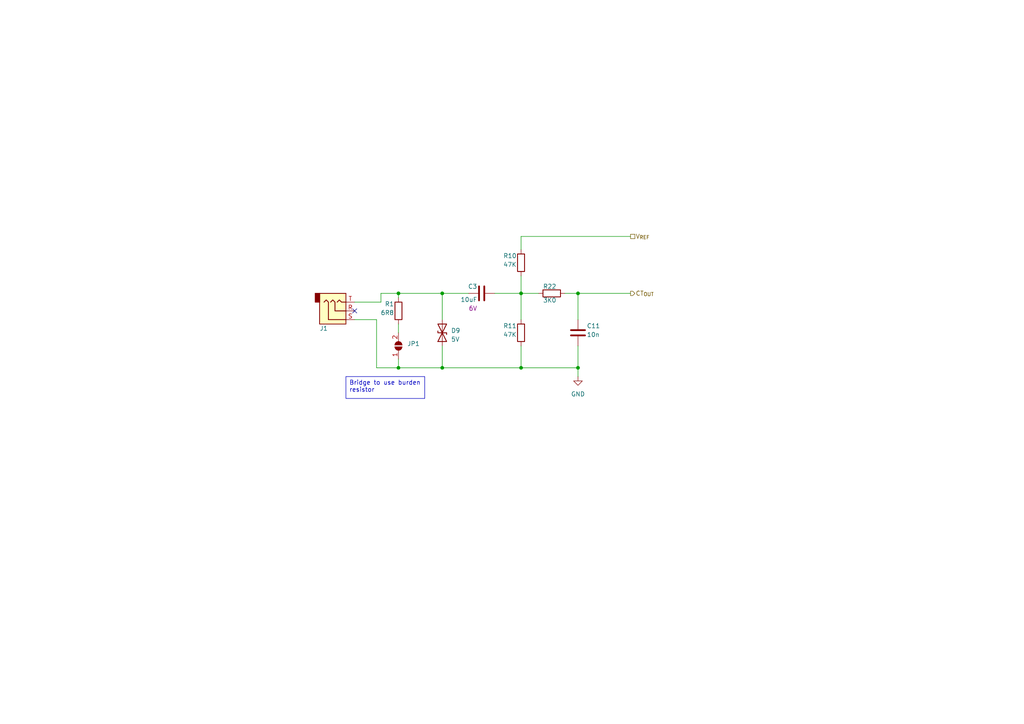
<source format=kicad_sch>
(kicad_sch (version 20230121) (generator eeschema)
  (paper "A4")
  (title_block (title "emonPi3") (date "2024-03-21") (rev "v0.2") (company "OpenEnergyMonitor / Tilt Ltd (Angus Logan)") (comment 1 "Original design: Trystan Lea & Glynn Hudson") (comment 2 "Commit hash: gitrev"))
  (lib_symbols
    (symbol "Connector_Audio:AudioJack3"
      (property "Reference" "J" (at 0 8.89 0))
      (property "Value" "AudioJack3" (at 0 6.35 0))
      (symbol "AudioJack3_0_1"
        (rectangle (start -5.08 -5.08) (end -6.35 -2.54) (stroke (width 0.254)) (fill (type outline)))
        (polyline (pts (xy 0 -2.54) (xy 0.635 -3.175) (xy 1.27 -2.54) (xy 2.54 -2.54)) (stroke (width 0.254)))
        (polyline (pts (xy -1.905 -2.54) (xy -1.27 -3.175) (xy -0.635 -2.54) (xy -0.635 0) (xy 2.54 0)) (stroke (width 0.254)))
        (polyline (pts (xy 2.54 2.54) (xy -2.54 2.54) (xy -2.54 -2.54) (xy -3.175 -3.175) (xy -3.81 -2.54)) (stroke (width 0.254)))
        (rectangle (start 2.54 3.81) (end -5.08 -5.08) (stroke (width 0.254)) (fill (type background)))
      )
      (symbol "AudioJack3_1_1"
        (pin passive line (at 5.08 0 180) (length 2.54) (name "~") (number "R"))
        (pin passive line (at 5.08 2.54 180) (length 2.54) (name "~") (number "S"))
        (pin passive line (at 5.08 -2.54 180) (length 2.54) (name "~") (number "T"))
      )
    )
    (symbol "Device:C" (pin_numbers hide) (pin_names (offset 0.254))
      (property "Reference" "C" (at 0.635 2.54 0))
      (property "Value" "C" (at 0.635 -2.54 0))
      (symbol "C_0_1"
        (polyline (pts (xy -2.032 -0.762) (xy 2.032 -0.762)) (stroke (width 0.508)))
        (polyline (pts (xy -2.032 0.762) (xy 2.032 0.762)) (stroke (width 0.508)))
      )
      (symbol "C_1_1"
        (pin passive line (at 0 3.81 270) (length 2.794) (name "~") (number "1"))
        (pin passive line (at 0 -3.81 90) (length 2.794) (name "~") (number "2"))
      )
    )
    (symbol "Device:D_TVS" (pin_numbers hide) (pin_names (offset 1.016) hide)
      (property "Reference" "D" (at 0 2.54 0))
      (property "Value" "D_TVS" (at 0 -2.54 0))
      (symbol "D_TVS_0_1"
        (polyline (pts (xy 1.27 0) (xy -1.27 0)))
        (polyline (pts (xy 0.508 1.27) (xy 0 1.27) (xy 0 -1.27) (xy -0.508 -1.27)) (stroke (width 0.254)))
        (polyline (pts (xy -2.54 1.27) (xy -2.54 -1.27) (xy 2.54 1.27) (xy 2.54 -1.27) (xy -2.54 1.27)) (stroke (width 0.254)))
      )
      (symbol "D_TVS_1_1"
        (pin passive line (at -3.81 0 0) (length 2.54) (name "A1") (number "1"))
        (pin passive line (at 3.81 0 180) (length 2.54) (name "A2") (number "2"))
      )
    )
    (symbol "Device:R" (pin_numbers hide) (pin_names (offset 0))
      (property "Reference" "R" (at 2.032 0 90))
      (property "Value" "R" (at 0 0 90))
      (symbol "R_0_1"
        (rectangle (start -1.016 -2.54) (end 1.016 2.54) (stroke (width 0.254)))
      )
      (symbol "R_1_1"
        (pin passive line (at 0 3.81 270) (length 1.27) (name "~") (number "1"))
        (pin passive line (at 0 -3.81 90) (length 1.27) (name "~") (number "2"))
      )
    )
    (symbol "Jumper:SolderJumper_2_Open" (pin_names (offset 0) hide)
      (property "Reference" "JP" (at 0 2.032 0))
      (property "Value" "SolderJumper_2_Open" (at 0 -2.54 0))
      (symbol "SolderJumper_2_Open_0_1"
        (arc (start -0.254 1.016) (mid -1.2656 0) (end -0.254 -1.016))
        (arc (start -0.254 1.016) (mid -1.2656 0) (end -0.254 -1.016) (fill (type outline)))
        (polyline (pts (xy -0.254 1.016) (xy -0.254 -1.016)))
        (polyline (pts (xy 0.254 1.016) (xy 0.254 -1.016)))
        (arc (start 0.254 -1.016) (mid 1.2656 0) (end 0.254 1.016))
        (arc (start 0.254 -1.016) (mid 1.2656 0) (end 0.254 1.016) (fill (type outline)))
      )
      (symbol "SolderJumper_2_Open_1_1"
        (pin passive line (at -3.81 0 0) (length 2.54) (name "A") (number "1"))
        (pin passive line (at 3.81 0 180) (length 2.54) (name "B") (number "2"))
      )
    )
    (symbol "power:GND" (power) (pin_names (offset 0))
      (property "Value" "GND" (at 0 -3.81 0))
      (symbol "GND_0_1"
        (polyline (pts (xy 0 0) (xy 0 -1.27) (xy 1.27 -1.27) (xy 0 -2.54) (xy -1.27 -1.27) (xy 0 -1.27)))
      )
      (symbol "GND_1_1"
        (pin power_in line (at 0 0 270) (length 0) hide (name "GND") (number "1"))
      )
    )
  )
  (junction (at 128.27 106.68))
  (junction (at 151.13 85.09))
  (junction (at 167.64 85.09))
  (junction (at 167.64 106.68))
  (junction (at 128.27 85.09))
  (junction (at 115.57 106.68))
  (junction (at 115.57 85.09))
  (junction (at 151.13 106.68))
  (no_connect (at 102.87 90.17))
  (wire (pts (xy 115.57 93.98) (xy 115.57 96.52)))
  (wire (pts (xy 151.13 68.58) (xy 151.13 72.39)))
  (wire (pts (xy 109.22 92.71) (xy 109.22 106.68)))
  (wire (pts (xy 167.64 106.68) (xy 167.64 109.22)))
  (wire (pts (xy 151.13 68.58) (xy 182.88 68.58)))
  (wire (pts (xy 109.22 106.68) (xy 115.57 106.68)) (stroke (width 0.1524)))
  (wire (pts (xy 163.83 85.09) (xy 167.64 85.09)))
  (wire (pts (xy 143.51 85.09) (xy 151.13 85.09)) (stroke (width 0.1524)))
  (wire (pts (xy 151.13 85.09) (xy 156.21 85.09)) (stroke (width 0.1524)))
  (wire (pts (xy 110.49 85.09) (xy 115.57 85.09)) (stroke (width 0.1524)))
  (wire (pts (xy 115.57 106.68) (xy 128.27 106.68)) (stroke (width 0.1524)))
  (wire (pts (xy 167.64 85.09) (xy 167.64 92.71)))
  (wire (pts (xy 102.87 87.63) (xy 110.49 87.63)))
  (wire (pts (xy 115.57 85.09) (xy 128.27 85.09)) (stroke (width 0.1524)))
  (wire (pts (xy 151.13 80.01) (xy 151.13 85.09)))
  (wire (pts (xy 167.64 85.09) (xy 182.88 85.09)))
  (wire (pts (xy 128.27 100.33) (xy 128.27 106.68)))
  (wire (pts (xy 167.64 100.33) (xy 167.64 106.68)))
  (wire (pts (xy 110.49 87.63) (xy 110.49 85.09)) (stroke (width 0.1524)))
  (wire (pts (xy 128.27 85.09) (xy 128.27 92.71)))
  (wire (pts (xy 151.13 100.33) (xy 151.13 106.68)))
  (wire (pts (xy 128.27 106.68) (xy 151.13 106.68)) (stroke (width 0.1524)))
  (wire (pts (xy 115.57 85.09) (xy 115.57 86.36)))
  (wire (pts (xy 151.13 85.09) (xy 151.13 92.71)))
  (wire (pts (xy 109.22 92.71) (xy 102.87 92.71)))
  (wire (pts (xy 151.13 106.68) (xy 167.64 106.68)))
  (wire (pts (xy 115.57 104.14) (xy 115.57 106.68)))
  (wire (pts (xy 128.27 85.09) (xy 135.89 85.09)) (stroke (width 0.1524)))
  (text_box "Bridge to use burden resistor" (at 100.33 109.22 0) (size 22.86 6.35) (effects (font (size 1.27 1.27)) (justify left top)))
  (hierarchical_label "V_{REF}" (shape passive) (at 182.88 68.58 0))
  (hierarchical_label "CT_{OUT}" (shape output) (at 182.88 85.09 0))
  (symbol (lib_id "Connector_Audio:AudioJack3") (at 97.79 90.17 0) (mirror x) (unit 1)
    (property "Reference" "J1" (at 92.71 95.25 0) (effects (justify left)))
    (property "Value" "SJ-3524-SMT-TR" (effects hide))
    (property "Footprint" "Connector_Audio:Jack_3.5mm_CUI_SJ-3524-SMT_Horizontal" (effects hide))
    (instances (project "emonPi3" (path "" (reference "J1") (unit 1)) (path "" (reference "J1") (unit 1)) (path "" (reference "J2") (unit 1)) (path "" (reference "J4") (unit 1)) (path "" (reference "J3") (unit 1)) (path "" (reference "J5") (unit 1)) (path "" (reference "J6") (unit 1))))
  )
  (symbol (lib_id "Device:R") (at 160.02 85.09 270) (mirror x) (unit 1)
    (property "Reference" "R22" (at 157.48 83.82 90) (effects (justify left top)))
    (property "Value" "3K0" (at 157.48 86.36 90) (effects (justify left bottom)))
    (property "Footprint" "Resistor_SMD:R_0603_1608Metric" (effects hide))
    (instances (project "emonPi3" (path "" (reference "R22") (unit 1)) (path "" (reference "R22") (unit 1)) (path "" (reference "R5") (unit 1)) (path "" (reference "R18") (unit 1)) (path "" (reference "R14") (unit 1)) (path "" (reference "R23") (unit 1)) (path "" (reference "R27") (unit 1))))
  )
  (symbol (lib_id "power:GND") (at 167.64 109.22 0) (unit 1)
    (property "Reference" "#PWR07" (effects hide))
    (property "Value" "GND" (at 167.64 114.3 0))
    (instances (project "emonPi3" (path "" (reference "#PWR07") (unit 1)) (path "" (reference "#PWR07") (unit 1)) (path "" (reference "#PWR08") (unit 1)) (path "" (reference "#PWR010") (unit 1)) (path "" (reference "#PWR09") (unit 1)) (path "" (reference "#PWR011") (unit 1)) (path "" (reference "#PWR012") (unit 1))))
  )
  (symbol (lib_id "Device:R") (at 115.57 90.17 0) (mirror y) (unit 1)
    (property "Reference" "R1" (at 114.3 88.9 0) (effects (justify left bottom)))
    (property "Value" "6R8" (at 114.3 91.44 0) (effects (justify left bottom)))
    (property "Footprint" "Resistor_SMD:R_1206_3216Metric" (effects hide))
    (instances (project "emonPi3" (path "" (reference "R1") (unit 1)) (path "" (reference "R1") (unit 1)) (path "" (reference "R2") (unit 1)) (path "" (reference "R15") (unit 1)) (path "" (reference "R6") (unit 1)) (path "" (reference "R19") (unit 1)) (path "" (reference "R24") (unit 1))))
  )
  (symbol (lib_id "Device:D_TVS") (at 128.27 96.52 90) (unit 1)
    (property "Reference" "D9" (at 130.81 95.885 90) (effects (justify right)))
    (property "Value" "5V" (at 130.81 98.425 90) (effects (justify right)))
    (property "Footprint" "Diode_SMD:D_SOD-523" (effects hide))
    (property "Datasheet" "https://www.mouser.co.uk/datasheet/2/408/DF2B7AE_datasheet_en_20220907-1128333.pdf" (effects hide))
    (property "Manufacturer" "Toshiba" (effects hide))
    (property "MPN" "DF2B7AE,H3F" (effects hide))
    (property "Mouser" "757-DF2B7AEH3F" (effects hide))
    (instances (project "emonPi3" (path "" (reference "D9") (unit 1)) (path "" (reference "D1") (unit 1)) (path "" (reference "D2") (unit 1)) (path "" (reference "D3") (unit 1)) (path "" (reference "D4") (unit 1)) (path "" (reference "D5") (unit 1)) (path "" (reference "D6") (unit 1))))
  )
  (symbol (lib_id "Device:R") (at 151.13 76.2 0) (mirror y) (unit 1)
    (property "Reference" "R10" (at 149.86 74.93 0) (effects (justify left bottom)))
    (property "Value" "47K" (at 149.86 77.47 0) (effects (justify left bottom)))
    (property "Footprint" "Resistor_SMD:R_0603_1608Metric" (effects hide))
    (instances (project "emonPi3" (path "" (reference "R10") (unit 1)) (path "" (reference "R10") (unit 1)) (path "" (reference "R3") (unit 1)) (path "" (reference "R16") (unit 1)) (path "" (reference "R12") (unit 1)) (path "" (reference "R20") (unit 1)) (path "" (reference "R25") (unit 1))))
  )
  (symbol (lib_id "Device:C") (at 167.64 96.52 0) (unit 1)
    (property "Reference" "C11" (at 170.18 95.25 0) (effects (justify left bottom)))
    (property "Value" "10n" (at 170.18 97.79 0) (effects (justify left bottom)))
    (property "Footprint" "Capacitor_SMD:C_0603_1608Metric" (effects hide))
    (instances (project "emonPi3" (path "" (reference "C11") (unit 1)) (path "" (reference "C11") (unit 1)) (path "" (reference "C5") (unit 1)) (path "" (reference "C12") (unit 1)) (path "" (reference "C7") (unit 1)) (path "" (reference "C14") (unit 1)) (path "" (reference "C16") (unit 1))))
  )
  (symbol (lib_id "Jumper:SolderJumper_2_Open") (at 115.57 100.33 90) (unit 1)
    (property "Reference" "JP1" (at 118.11 99.695 90) (effects (justify right)))
    (property "Value" "SolderJumper_2_Open" (effects hide))
    (property "Footprint" "Jumper:SolderJumper-2_P1.3mm_Open_TrianglePad1.0x1.5mm" (effects hide))
    (instances (project "emonPi3" (path "" (reference "JP1") (unit 1)) (path "" (reference "JP2") (unit 1)) (path "" (reference "JP4") (unit 1)) (path "" (reference "JP3") (unit 1)) (path "" (reference "JP5") (unit 1)) (path "" (reference "JP6") (unit 1))))
  )
  (symbol (lib_id "Device:R") (at 151.13 96.52 0) (mirror x) (unit 1)
    (property "Reference" "R11" (at 149.86 95.25 0) (effects (justify right top)))
    (property "Value" "47K" (at 149.86 97.79 0) (effects (justify right top)))
    (property "Footprint" "Resistor_SMD:R_0603_1608Metric" (effects hide))
    (instances (project "emonPi3" (path "" (reference "R11") (unit 1)) (path "" (reference "R11") (unit 1)) (path "" (reference "R4") (unit 1)) (path "" (reference "R17") (unit 1)) (path "" (reference "R13") (unit 1)) (path "" (reference "R21") (unit 1)) (path "" (reference "R26") (unit 1))))
  )
  (symbol (lib_id "Device:C") (at 139.7 85.09 90) (unit 1)
    (property "Reference" "C3" (at 138.43 83.82 90) (effects (justify left top)))
    (property "Value" "10uF" (at 138.43 87.63 90) (effects (justify left top)))
    (property "Footprint" "Capacitor_SMD:C_0603_1608Metric" (effects hide))
    (property "Voltage" "6V" (at 138.43 90.17 90) (effects (justify left top)))
    (instances (project "emonPi3" (path "" (reference "C3") (unit 1)) (path "" (reference "C3") (unit 1)) (path "" (reference "C4") (unit 1)) (path "" (reference "C8") (unit 1)) (path "" (reference "C6") (unit 1)) (path "" (reference "C13") (unit 1)) (path "" (reference "C15") (unit 1))))
  )
)
</source>
